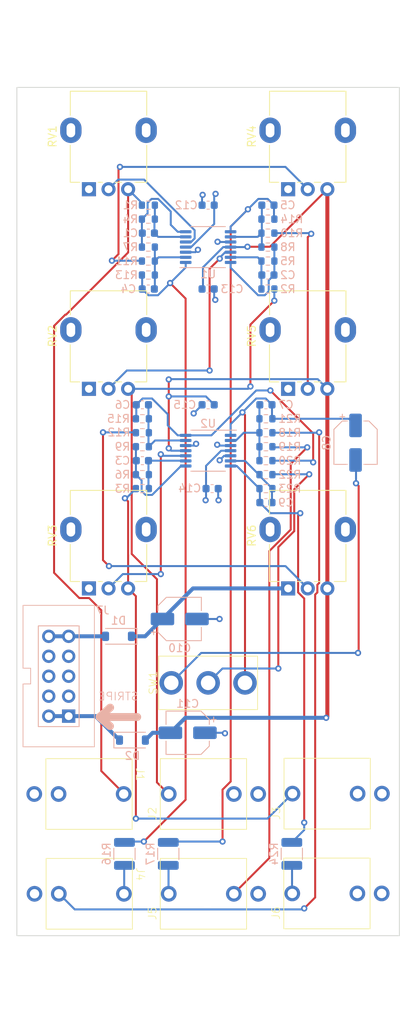
<source format=kicad_pcb>
(kicad_pcb (version 20221018) (generator pcbnew)
  (layers (0 "F.Cu" signal) (1 "In1.Cu" signal) (2 "In2.Cu" signal) (31 "B.Cu" signal) (34 "B.Paste" user) (35 "F.Paste" user) (36 "B.SilkS" user "B.Silkscreen") (37 "F.SilkS" user "F.Silkscreen") (38 "B.Mask" user) (39 "F.Mask" user) (44 "Edge.Cuts" user))
  (net 0 "")
  (net 1 "+12V")
  (net 2 "GND")
  (net 3 "-12V")
  (net 4 "Net-(U1A--)")
  (net 5 "Net-(C5-Pad2)")
  (net 6 "Net-(U1C--)")
  (net 7 "Net-(U2A--)")
  (net 8 "Net-(U2B--)")
  (net 9 "Net-(U1D--)")
  (net 10 "Net-(U1B--)")
  (net 11 "Net-(J2-PadT)")
  (net 12 "Net-(J3-PadT)")
  (net 14 "Net-(J4-PadT)")
  (net 15 "Net-(J5-PadT)")
  (net 16 "Net-(J6-PadT)")
  (net 18 "Net-(SW1-A)")
  (net 19 "offset_1")
  (net 20 "offset_2")
  (net 21 "Net-(U1B-+)")
  (net 22 "Net-(U1D-+)")
  (net 23 "Net-(U2C--)")
  (net 24 "Net-(U2D--)")
  (net 25 "att_1_out")
  (net 26 "att_2_out")
  (net 27 "Net-(C1-Pad2)")
  (net 28 "Net-(C2-Pad2)")
  (net 29 "att_3_out")
  (net 30 "Net-(C4-Pad2)")
  (net 31 "Net-(J1-PadT)")
  (net 32 "Net-(SW1-C)")
  (net 35 "offset_3")
  (net 36 "Net-(SW1-B)")
  (net 37 "Net-(C3-Pad2)")
  (net 38 "Net-(C9-Pad2)")
  (net 39 "/Power/V+_IN")
  (net 40 "/Power/V-_IN")
  (net 41 "Net-(U2C-+)")
  (footprint "synthesis:thonkiconn" (layer "F.Cu") (at 135.7885 147.955 90)
    (fp_text reference "J5")
    (fp_text value "thonkiconn")
  )
  (footprint "Potentiometer_THT:Potentiometer_Alpha_RD901F-40-00D_Single_Vertical" (layer "F.Cu") (at 120.69 109.093 90)
    (fp_text reference "RV3")
    (fp_text value "10k")
  )
  (footprint "synthesis:thonkiconn" (layer "F.Cu") (at 135.7885 135.255 90)
    (fp_text reference "J2")
    (fp_text value "thonkiconn")
  )
  (footprint "Potentiometer_THT:Potentiometer_Alpha_RD901F-40-00D_Single_Vertical" (layer "F.Cu") (at 146.09 109.093 90)
    (fp_text reference "RV6")
    (fp_text value "10k")
  )
  (footprint "Potentiometer_THT:Potentiometer_Alpha_RD901F-40-00D_Single_Vertical" (layer "F.Cu") (at 146.09 58.293 90)
    (fp_text reference "RV4")
    (fp_text value "10k")
  )
  (footprint "synthesis:thonkiconn" (layer "F.Cu") (at 151.5365 147.91 90)
    (fp_text reference "J6")
    (fp_text value "thonkiconn")
  )
  (footprint "Potentiometer_THT:Potentiometer_Alpha_RD901F-40-00D_Single_Vertical" (layer "F.Cu") (at 120.69 83.693 90)
    (fp_text reference "RV2")
    (fp_text value "10k")
  )
  (footprint "Potentiometer_THT:Potentiometer_Alpha_RD901F-40-00D_Single_Vertical" (layer "F.Cu") (at 120.69 58.293 90)
    (fp_text reference "RV1")
    (fp_text value "10k")
  )
  (footprint "Potentiometer_THT:Potentiometer_Alpha_RD901F-40-00D_Single_Vertical" (layer "F.Cu") (at 146.09 83.693 90)
    (fp_text reference "RV5")
    (fp_text value "10k")
  )
  (footprint "synthesis:thonkiconn" (layer "F.Cu") (at 120.2335 147.955 -90)
    (fp_text reference "J4")
    (fp_text value "thonkiconn")
  )
  (footprint "synthesis:thonkiconn" (layer "F.Cu") (at 120.2035 135.255 -90)
    (fp_text reference "J1")
    (fp_text value "thonkiconn")
  )
  (footprint "synthesis:thonkiconn" (layer "F.Cu") (at 151.5665 135.21 90)
    (fp_text reference "J3")
    (fp_text value "thonkiconn")
  )
  (footprint "synthesis:Mini_sw" (layer "F.Cu") (at 135.89 121.113 90)
    (fp_text reference "SW1")
    (fp_text value "SW_ON_ON_SPDT_MINI")
  )
  (footprint "Capacitor_SMD:CP_Elec_5x5.3" (layer "B.Cu") (at 132.2655 112.985)
    (fp_text reference "C10")
    (fp_text value "10uF")
  )
  (footprint "Package_SO:TSSOP-14_4.4x5mm_P0.65mm" (layer "B.Cu") (at 135.89 65.659)
    (fp_text reference "U1")
    (fp_text value "TL074")
  )
  (footprint "Resistor_SMD:R_0603_1608Metric" (layer "B.Cu") (at 143.256 89.281 180)
    (fp_text reference "R18")
    (fp_text value "100k")
  )
  (footprint "Resistor_SMD:R_0603_1608Metric" (layer "B.Cu") (at 128.27 62.103 180)
    (fp_text reference "R4")
    (fp_text value "100k")
  )
  (footprint "Capacitor_SMD:C_0603_1608Metric" (layer "B.Cu") (at 143.51 69.215)
    (fp_text reference "C2")
    (fp_text value "47pF")
  )
  (footprint "Resistor_SMD:R_0603_1608Metric" (layer "B.Cu") (at 127.508 91.059)
    (fp_text reference "R9")
    (fp_text value "10k")
  )
  (footprint "Resistor_SMD:R_0603_1608Metric" (layer "B.Cu") (at 128.27 67.437)
    (fp_text reference "R11")
    (fp_text value "24k")
  )
  (footprint "Package_SO:TSSOP-14_4.4x5mm_P0.65mm" (layer "B.Cu") (at 135.89 91.567 180)
    (fp_text reference "U2")
    (fp_text value "TL074")
  )
  (footprint "Capacitor_SMD:C_0603_1608Metric" (layer "B.Cu") (at 135.89 70.993 180)
    (fp_text reference "C13")
    (fp_text value "100nF")
  )
  (footprint "Resistor_SMD:R_0603_1608Metric" (layer "B.Cu") (at 127.508 94.615 180)
    (fp_text reference "R6")
    (fp_text value "100k")
  )
  (footprint "Resistor_SMD:R_0603_1608Metric" (layer "B.Cu") (at 127.508 87.503 180)
    (fp_text reference "R15")
    (fp_text value "10k")
  )
  (footprint "Resistor_SMD:R_1210_3225Metric" (layer "B.Cu") (at 125.222 142.875 -90)
    (fp_text reference "R16")
    (fp_text value "1k 0.5W")
  )
  (footprint "Resistor_SMD:R_0603_1608Metric" (layer "B.Cu") (at 143.51 65.659 180)
    (fp_text reference "R8")
    (fp_text value "10k")
  )
  (footprint "Capacitor_SMD:C_0603_1608Metric" (layer "B.Cu") (at 135.89 85.725)
    (fp_text reference "C15")
    (fp_text value "100nF")
  )
  (footprint "Resistor_SMD:R_0603_1608Metric" (layer "B.Cu") (at 143.256 91.059 180)
    (fp_text reference "R19")
    (fp_text value "100k")
  )
  (footprint "Resistor_SMD:R_0603_1608Metric" (layer "B.Cu") (at 127.508 89.281)
    (fp_text reference "R12")
    (fp_text value "24k")
  )
  (footprint "Capacitor_SMD:C_0603_1608Metric" (layer "B.Cu") (at 128.27 63.881 180)
    (fp_text reference "C1")
    (fp_text value "47pF")
  )
  (footprint "Capacitor_SMD:C_0603_1608Metric" (layer "B.Cu") (at 135.89 60.325 180)
    (fp_text reference "C12")
    (fp_text value "100nF")
  )
  (footprint "Resistor_SMD:R_0603_1608Metric" (layer "B.Cu") (at 143.51 62.103)
    (fp_text reference "R14")
    (fp_text value "10k")
  )
  (footprint "Capacitor_SMD:C_0603_1608Metric" (layer "B.Cu") (at 127.508 92.837 180)
    (fp_text reference "C3")
    (fp_text value "47pF")
  )
  (footprint "Resistor_SMD:R_0603_1608Metric" (layer "B.Cu") (at 143.51 63.881 180)
    (fp_text reference "R10")
    (fp_text value "24k")
  )
  (footprint "Resistor_SMD:R_0603_1608Metric" (layer "B.Cu") (at 143.51 70.993 180)
    (fp_text reference "R2")
    (fp_text value "100k")
  )
  (footprint "Capacitor_SMD:C_0603_1608Metric" (layer "B.Cu") (at 128.257 70.993 180)
    (fp_text reference "C4")
    (fp_text value "47pF")
  )
  (footprint "Capacitor_SMD:CP_Elec_5x5.3" (layer "B.Cu") (at 133.2815 127.463 180)
    (fp_text reference "C11")
    (fp_text value "10uF")
  )
  (footprint "Capacitor_SMD:C_0603_1608Metric" (layer "B.Cu") (at 143.256 85.725)
    (fp_text reference "C7")
    (fp_text value "47pF")
  )
  (footprint "Capacitor_SMD:C_0603_1608Metric" (layer "B.Cu") (at 143.51 60.325)
    (fp_text reference "C5")
    (fp_text value "47pF")
  )
  (footprint "Resistor_SMD:R_0603_1608Metric" (layer "B.Cu") (at 143.256 92.837 180)
    (fp_text reference "R20")
    (fp_text value "100k")
  )
  (footprint "synthesis:eurorack_10" (layer "B.Cu") (at 121.39 111.249 180)
    (fp_text reference "J7")
    (fp_text value "euro_power_10")
  )
  (footprint "Resistor_SMD:R_0603_1608Metric" (layer "B.Cu") (at 143.256 87.503)
    (fp_text reference "R21")
    (fp_text value "24k")
  )
  (footprint "Resistor_SMD:R_0603_1608Metric" (layer "B.Cu") (at 128.27 69.215 180)
    (fp_text reference "R13")
    (fp_text value "10k")
  )
  (footprint "Resistor_SMD:R_0603_1608Metric" (layer "B.Cu") (at 143.51 67.437)
    (fp_text reference "R5")
    (fp_text value "100k")
  )
  (footprint "Resistor_SMD:R_0603_1608Metric" (layer "B.Cu") (at 143.256 94.615 180)
    (fp_text reference "R22")
    (fp_text value "24k")
  )
  (footprint "Resistor_SMD:R_0603_1608Metric" (layer "B.Cu") (at 143.256 96.393 180)
    (fp_text reference "R23")
    (fp_text value "100k")
  )
  (footprint "Resistor_SMD:R_0603_1608Metric" (layer "B.Cu") (at 128.27 60.325)
    (fp_text reference "R1")
    (fp_text value "100k")
  )
  (footprint "Capacitor_SMD:C_0603_1608Metric" (layer "B.Cu") (at 136.398 96.393)
    (fp_text reference "C14")
    (fp_text value "100nF")
  )
  (footprint "Capacitor_SMD:C_0603_1608Metric" (layer "B.Cu") (at 127.508 85.725 180)
    (fp_text reference "C6")
    (fp_text value "47pF")
  )
  (footprint "Diode_SMD:D_SOD-123" (layer "B.Cu") (at 124.46 115.189 180)
    (fp_text reference "D1")
    (fp_text value "MBR0530")
  )
  (footprint "Resistor_SMD:R_1210_3225Metric" (layer "B.Cu") (at 146.558 142.875 -90)
    (fp_text reference "R24")
    (fp_text value "1k 0.5W")
  )
  (footprint "Diode_SMD:D_SOD-123" (layer "B.Cu") (at 126.238 128.397)
    (fp_text reference "D2")
    (fp_text value "MBR0530")
  )
  (footprint "Resistor_SMD:R_1210_3225Metric" (layer "B.Cu") (at 130.81 142.875 -90)
    (fp_text reference "R17")
    (fp_text value "1k 0.5W")
  )
  (footprint "Resistor_SMD:R_0603_1608Metric" (layer "B.Cu") (at 128.27 65.659)
    (fp_text reference "R7")
    (fp_text value "10k")
  )
  (footprint "Resistor_SMD:R_0603_1608Metric" (layer "B.Cu") (at 127.508 96.393)
    (fp_text reference "R3")
    (fp_text value "100k")
  )
  (footprint "Capacitor_SMD:CP_Elec_5x5.3" (layer "B.Cu") (at 154.686 90.551 -90)
    (fp_text reference "C8")
    (fp_text value "10uF")
  )
  (footprint "Capacitor_SMD:C_0603_1608Metric" (layer "B.Cu") (at 143.256 98.171 180)
    (fp_text reference "C9")
    (fp_text value "47pF")
  )
  (gr_rect (start 111.506 45.339) (end 160.274 153.289) (stroke (width 0.1)) (fill none) (layer "Edge.Cuts"))
  (via (at 136.8375 58.883) (size 0.8) (drill 0.4) (layers "F.Cu" "B.Cu") (net 1))
  (via (at 135.5675 97.872) (size 0.8) (drill 0.4) (layers "F.Cu" "B.Cu") (net 1))
  (segment (start 133.9575 109.093) (end 146.09 109.093) (width 0.508) (layer "B.Cu") (net 1))
  (segment (start 135.623 97.8165) (end 135.5675 97.872) (width 0.25) (layer "B.Cu") (net 1))
  (segment (start 136.665 62.710041) (end 133.716041 65.659) (width 0.25) (layer "B.Cu") (net 1))
  (segment (start 135.623 93.497793) (end 137.553793 91.567) (width 0.25) (layer "B.Cu") (net 1))
  (segment (start 130.0655 112.985) (end 133.9575 109.093) (width 0.508) (layer "B.Cu") (net 1))
  (segment (start 135.623 96.393) (end 135.623 93.497793) (width 0.25) (layer "B.Cu") (net 1))
  (segment (start 127.8615 115.189) (end 130.0655 112.985) (width 0.508) (layer "B.Cu") (net 1))
  (segment (start 137.553793 91.567) (end 138.7525 91.567) (width 0.25) (layer "B.Cu") (net 1))
  (segment (start 136.665 60.325) (end 136.665 62.710041) (width 0.25) (layer "B.Cu") (net 1))
  (segment (start 126.11 115.189) (end 127.8615 115.189) (width 0.508) (layer "B.Cu") (net 1))
  (segment (start 135.623 96.393) (end 135.623 97.8165) (width 0.25) (layer "B.Cu") (net 1))
  (segment (start 136.665 60.325) (end 136.665 59.0555) (width 0.25) (layer "B.Cu") (net 1))
  (segment (start 136.665 59.0555) (end 136.8375 58.883) (width 0.25) (layer "B.Cu") (net 1))
  (segment (start 133.716041 65.659) (end 133.0275 65.659) (width 0.25) (layer "B.Cu") (net 1))
  (via (at 137.3455 112.985) (size 0.8) (drill 0.4) (layers "F.Cu" "B.Cu") (net 2))
  (via (at 137.2185 97.872) (size 0.8) (drill 0.4) (layers "F.Cu" "B.Cu") (net 2))
  (via (at 134.357054 90.692554) (size 0.8) (drill 0.4) (layers "F.Cu" "B.Cu") (net 2))
  (via (at 134.0435 86.823) (size 0.8) (drill 0.4) (layers "F.Cu" "B.Cu") (net 2))
  (via (at 134.585339 65.999713) (size 0.8) (drill 0.4) (layers "F.Cu" "B.Cu") (net 2))
  (via (at 137.0915 64.979) (size 0.8) (drill 0.4) (layers "F.Cu" "B.Cu") (net 2))
  (via (at 137.046922 90.808668) (size 0.8) (drill 0.4) (layers "F.Cu" "B.Cu") (net 2))
  (via (at 138.0365 127.52979) (size 0.8) (drill 0.4) (layers "F.Cu" "B.Cu") (net 2))
  (via (at 137.359779 92.785613) (size 0.8) (drill 0.4) (layers "F.Cu" "B.Cu") (net 2))
  (via (at 135.1865 59.01) (size 0.8) (drill 0.4) (layers "F.Cu" "B.Cu") (net 2))
  (via (at 136.802 72.368989) (size 0.8) (drill 0.4) (layers "F.Cu" "B.Cu") (net 2))
  (segment (start 136.665 72.231989) (end 136.802 72.368989) (width 0.25) (layer "B.Cu") (net 2))
  (segment (start 134.4655 112.985) (end 137.3455 112.985) (width 0.254) (layer "B.Cu") (net 2))
  (segment (start 133.0275 66.309) (end 134.276052 66.309) (width 0.25) (layer "B.Cu") (net 2))
  (segment (start 137.155254 90.917) (end 137.046922 90.808668) (width 0.25) (layer "B.Cu") (net 2))
  (segment (start 135.115 85.725) (end 135.115 85.7515) (width 0.25) (layer "B.Cu") (net 2))
  (segment (start 133.0275 90.917) (end 134.132608 90.917) (width 0.25) (layer "B.Cu") (net 2))
  (segment (start 137.173 96.393) (end 137.173 97.8265) (width 0.25) (layer "B.Cu") (net 2))
  (segment (start 137.96971 127.463) (end 138.0365 127.52979) (width 0.254) (layer "B.Cu") (net 2))
  (segment (start 135.115 59.0815) (end 135.1865 59.01) (width 0.25) (layer "B.Cu") (net 2))
  (segment (start 136.665 70.993) (end 136.665 72.231989) (width 0.25) (layer "B.Cu") (net 2))
  (segment (start 137.1215 65.009) (end 137.0915 64.979) (width 0.25) (layer "B.Cu") (net 2))
  (segment (start 135.115 85.7515) (end 134.0435 86.823) (width 0.25) (layer "B.Cu") (net 2))
  (segment (start 134.132608 90.917) (end 134.357054 90.692554) (width 0.25) (layer "B.Cu") (net 2))
  (segment (start 134.276052 66.309) (end 134.585339 65.999713) (width 0.25) (layer "B.Cu") (net 2))
  (segment (start 137.173 97.8265) (end 137.2185 97.872) (width 0.25) (layer "B.Cu") (net 2))
  (segment (start 135.115 60.325) (end 135.115 59.0815) (width 0.25) (layer "B.Cu") (net 2))
  (segment (start 138.7525 90.917) (end 137.155254 90.917) (width 0.25) (layer "B.Cu") (net 2))
  (segment (start 135.4815 127.463) (end 137.96971 127.463) (width 0.254) (layer "B.Cu") (net 2))
  (segment (start 138.7525 65.009) (end 137.1215 65.009) (width 0.25) (layer "B.Cu") (net 2))
  (segment (start 137.928392 92.217) (end 137.359779 92.785613) (width 0.25) (layer "B.Cu") (net 2))
  (segment (start 138.7525 92.217) (end 137.928392 92.217) (width 0.25) (layer "B.Cu") (net 2))
  (segment (start 140.9015 65.614) (end 143.769 65.614) (width 0.254) (layer "F.Cu") (net 3))
  (segment (start 151.09 58.293) (end 151.09 109.093) (width 0.508) (layer "F.Cu") (net 3))
  (segment (start 151.09 125.4025) (end 150.9345 125.558) (width 0.508) (layer "F.Cu") (net 3))
  (segment (start 130.8685 91.268) (end 130.8685 84.664) (width 0.254) (layer "F.Cu") (net 3))
  (segment (start 151.09 109.093) (end 151.09 125.4025) (width 0.508) (layer "F.Cu") (net 3))
  (segment (start 130.8685 84.664) (end 130.8685 82.505) (width 0.254) (layer "F.Cu") (net 3))
  (segment (start 143.769 65.614) (end 151.09 58.293) (width 0.254) (layer "F.Cu") (net 3))
  (via (at 150.9345 125.558) (size 0.8) (drill 0.4) (layers "F.Cu" "B.Cu") (net 3))
  (via (at 130.8685 82.505) (size 0.8) (drill 0.4) (layers "F.Cu" "B.Cu") (net 3))
  (via (at 130.8685 91.268) (size 0.8) (drill 0.4) (layers "F.Cu" "B.Cu") (net 3))
  (via (at 140.9015 65.614) (size 0.8) (drill 0.4) (layers "F.Cu" "B.Cu") (net 3))
  (via (at 130.8685 84.664) (size 0.8) (drill 0.4) (layers "F.Cu" "B.Cu") (net 3))
  (segment (start 135.232337 70.875663) (end 135.232337 68.234456) (width 0.254) (layer "B.Cu") (net 3))
  (segment (start 128.822 127.463) (end 127.888 128.397) (width 0.508) (layer "B.Cu") (net 3))
  (segment (start 131.1675 91.567) (end 130.8685 91.268) (width 0.254) (layer "B.Cu") (net 3))
  (segment (start 140.8565 65.659) (end 140.9015 65.614) (width 0.254) (layer "B.Cu") (net 3))
  (segment (start 133.0275 91.567) (end 131.1675 91.567) (width 0.254) (layer "B.Cu") (net 3))
  (segment (start 149.863 82.466) (end 151.09 83.693) (width 0.254) (layer "B.Cu") (net 3))
  (segment (start 131.0815 127.463) (end 128.822 127.463) (width 0.508) (layer "B.Cu") (net 3))
  (segment (start 130.9075 82.466) (end 149.863 82.466) (width 0.254) (layer "B.Cu") (net 3))
  (segment (start 135.604 84.664) (end 136.665 85.725) (width 0.254) (layer "B.Cu") (net 3))
  (segment (start 137.807793 65.659) (end 138.7525 65.659) (width 0.254) (layer "B.Cu") (net 3))
  (segment (start 138.7525 65.659) (end 140.8565 65.659) (width 0.254) (layer "B.Cu") (net 3))
  (segment (start 130.8685 82.505) (end 130.9075 82.466) (width 0.254) (layer "B.Cu") (net 3))
  (segment (start 130.8685 84.664) (end 135.604 84.664) (width 0.254) (layer "B.Cu") (net 3))
  (segment (start 132.9865 125.558) (end 131.0815 127.463) (width 0.508) (layer "B.Cu") (net 3))
  (segment (start 135.115 70.993) (end 135.232337 70.875663) (width 0.254) (layer "B.Cu") (net 3))
  (segment (start 150.9345 125.558) (end 132.9865 125.558) (width 0.508) (layer "B.Cu") (net 3))
  (segment (start 135.232337 68.234456) (end 137.807793 65.659) (width 0.254) (layer "B.Cu") (net 3))
  (segment (start 133.0275 66.959) (end 129.573 66.959) (width 0.25) (layer "B.Cu") (net 4))
  (segment (start 129.573 66.959) (end 129.095 67.437) (width 0.25) (layer "B.Cu") (net 4))
  (segment (start 129.095 65.659) (end 129.095 69.215) (width 0.25) (layer "B.Cu") (net 4))
  (segment (start 129.095 70.93) (end 129.032 70.993) (width 0.25) (layer "B.Cu") (net 4))
  (segment (start 129.095 69.215) (end 129.095 70.93) (width 0.25) (layer "B.Cu") (net 4))
  (segment (start 138.763 63.044184) (end 138.763 133.663414) (width 0.254) (layer "F.Cu") (net 5))
  (segment (start 138.763 133.663414) (end 137.7265 134.699914) (width 0.254) (layer "F.Cu") (net 5))
  (segment (start 137.7265 134.699914) (end 137.7265 141.306) (width 0.254) (layer "F.Cu") (net 5))
  (segment (start 140.960342 60.846842) (end 138.763 63.044184) (width 0.254) (layer "F.Cu") (net 5))
  (via (at 137.7265 141.306) (size 0.8) (drill 0.4) (layers "F.Cu" "B.Cu") (net 5))
  (via (at 140.960342 60.846842) (size 0.8) (drill 0.4) (layers "F.Cu" "B.Cu") (net 5))
  (segment (start 137.7265 141.306) (end 130.9165 141.306) (width 0.254) (layer "B.Cu") (net 5))
  (segment (start 144.285 62.053) (end 144.335 62.103) (width 0.25) (layer "B.Cu") (net 5))
  (segment (start 130.9165 141.306) (end 130.81 141.4125) (width 0.254) (layer "B.Cu") (net 5))
  (segment (start 143.485 59.525) (end 144.285 60.325) (width 0.25) (layer "B.Cu") (net 5))
  (segment (start 142.282183 59.525) (end 143.485 59.525) (width 0.25) (layer "B.Cu") (net 5))
  (segment (start 138.7525 63.709) (end 138.7525 63.054683) (width 0.25) (layer "B.Cu") (net 5))
  (segment (start 144.285 60.325) (end 144.285 62.053) (width 0.25) (layer "B.Cu") (net 5))
  (segment (start 138.7525 63.054683) (end 142.282183 59.525) (width 0.25) (layer "B.Cu") (net 5))
  (segment (start 142.735 65.609) (end 142.685 65.659) (width 0.25) (layer "B.Cu") (net 6))
  (segment (start 138.7525 64.359) (end 142.207 64.359) (width 0.25) (layer "B.Cu") (net 6))
  (segment (start 142.207 64.359) (end 142.685 63.881) (width 0.25) (layer "B.Cu") (net 6))
  (segment (start 142.735 60.325) (end 142.735 65.609) (width 0.25) (layer "B.Cu") (net 6))
  (segment (start 140.427041 89.281) (end 142.431 89.281) (width 0.25) (layer "B.Cu") (net 7))
  (segment (start 142.431 92.837) (end 142.431 85.775) (width 0.25) (layer "B.Cu") (net 7))
  (segment (start 142.431 85.775) (end 142.481 85.725) (width 0.25) (layer "B.Cu") (net 7))
  (segment (start 138.7525 90.267) (end 139.441041 90.267) (width 0.25) (layer "B.Cu") (net 7))
  (segment (start 139.441041 90.267) (end 140.427041 89.281) (width 0.25) (layer "B.Cu") (net 7))
  (segment (start 142.431 94.743) (end 144.081 96.393) (width 0.25) (layer "B.Cu") (net 8))
  (segment (start 140.607848 92.867) (end 138.7525 92.867) (width 0.25) (layer "B.Cu") (net 8))
  (segment (start 142.431 94.615) (end 142.431 94.743) (width 0.25) (layer "B.Cu") (net 8))
  (segment (start 142.431 94.615) (end 142.355848 94.615) (width 0.25) (layer "B.Cu") (net 8))
  (segment (start 142.355848 94.615) (end 140.607848 92.867) (width 0.25) (layer "B.Cu") (net 8))
  (segment (start 144.031 98.171) (end 144.031 96.443) (width 0.25) (layer "B.Cu") (net 8))
  (segment (start 144.031 96.443) (end 144.081 96.393) (width 0.25) (layer "B.Cu") (net 8))
  (segment (start 142.685 67.437) (end 142.207 66.959) (width 0.25) (layer "B.Cu") (net 9))
  (segment (start 142.207 66.959) (end 138.7525 66.959) (width 0.25) (layer "B.Cu") (net 9))
  (segment (start 142.685 70.993) (end 142.685 67.437) (width 0.25) (layer "B.Cu") (net 9))
  (segment (start 129.523 64.359) (end 133.0275 64.359) (width 0.25) (layer "B.Cu") (net 10))
  (segment (start 129.045 62.153) (end 129.095 62.103) (width 0.25) (layer "B.Cu") (net 10))
  (segment (start 129.095 60.325) (end 129.095 62.103) (width 0.25) (layer "B.Cu") (net 10))
  (segment (start 129.045 63.881) (end 129.523 64.359) (width 0.25) (layer "B.Cu") (net 10))
  (segment (start 129.045 63.881) (end 129.045 62.153) (width 0.25) (layer "B.Cu") (net 10))
  (segment (start 129.363 133.778) (end 130.84 135.255) (width 0.254) (layer "F.Cu") (net 11))
  (segment (start 141.2825 83.394) (end 141.2825 75.52) (width 0.254) (layer "F.Cu") (net 11))
  (segment (start 125.69 83.693) (end 126.143501 84.146501) (width 0.254) (layer "F.Cu") (net 11))
  (segment (start 126.143501 104.697653) (end 129.363 107.917152) (width 0.254) (layer "F.Cu") (net 11))
  (segment (start 141.2825 75.52) (end 144.3305 72.472) (width 0.254) (layer "F.Cu") (net 11))
  (segment (start 126.143501 84.146501) (end 126.143501 104.697653) (width 0.254) (layer "F.Cu") (net 11))
  (segment (start 129.363 107.917152) (end 129.363 133.778) (width 0.254) (layer "F.Cu") (net 11))
  (via (at 144.3305 72.472) (size 0.8) (drill 0.4) (layers "F.Cu" "B.Cu") (net 11))
  (via (at 141.2825 83.394) (size 0.8) (drill 0.4) (layers "F.Cu" "B.Cu") (net 11))
  (segment (start 144.3305 70.9975) (end 144.335 70.993) (width 0.254) (layer "B.Cu") (net 11))
  (segment (start 144.3305 72.472) (end 144.3305 70.9975) (width 0.254) (layer "B.Cu") (net 11))
  (segment (start 140.9835 83.693) (end 141.2825 83.394) (width 0.254) (layer "B.Cu") (net 11))
  (segment (start 125.69 83.693) (end 140.9835 83.693) (width 0.254) (layer "B.Cu") (net 11))
  (segment (start 125.69 109.093) (end 125.69 98.0275) (width 0.254) (layer "F.Cu") (net 12))
  (segment (start 125.69 109.093) (end 126.6775 110.0805) (width 0.254) (layer "F.Cu") (net 12))
  (segment (start 125.69 98.0275) (end 125.2805 97.618) (width 0.254) (layer "F.Cu") (net 12))
  (segment (start 126.6775 110.0805) (end 126.6775 138.385) (width 0.254) (layer "F.Cu") (net 12))
  (via (at 126.6775 138.385) (size 0.8) (drill 0.4) (layers "F.Cu" "B.Cu") (net 12))
  (via (at 125.2805 97.618) (size 0.8) (drill 0.4) (layers "F.Cu" "B.Cu") (net 12))
  (segment (start 125.2805 97.618) (end 125.458 97.618) (width 0.254) (layer "B.Cu") (net 12))
  (segment (start 143.458 138.385) (end 126.6775 138.385) (width 0.254) (layer "B.Cu") (net 12))
  (segment (start 146.588 135.255) (end 143.458 138.385) (width 0.254) (layer "B.Cu") (net 12))
  (segment (start 125.458 97.618) (end 126.683 96.393) (width 0.254) (layer "B.Cu") (net 12))
  (segment (start 125.192 144.3675) (end 125.192 147.955) (width 0.254) (layer "B.Cu") (net 14))
  (segment (start 125.222 144.3375) (end 125.192 144.3675) (width 0.254) (layer "B.Cu") (net 14))
  (segment (start 130.84 144.3675) (end 130.84 147.955) (width 0.254) (layer "B.Cu") (net 15))
  (segment (start 130.81 144.3375) (end 130.84 144.3675) (width 0.254) (layer "B.Cu") (net 15))
  (segment (start 146.558 144.3375) (end 146.588 144.3675) (width 0.254) (layer "B.Cu") (net 16))
  (segment (start 146.588 144.3675) (end 146.588 147.972424) (width 0.254) (layer "B.Cu") (net 16))
  (segment (start 140.59 87.0195) (end 140.261841 86.691341) (width 0.254) (layer "F.Cu") (net 18))
  (segment (start 140.59 121.113) (end 140.59 87.0195) (width 0.254) (layer "F.Cu") (net 18))
  (via (at 140.261841 86.691341) (size 0.8) (drill 0.4) (layers "F.Cu" "B.Cu") (net 18))
  (segment (start 138.7525 89.617) (end 138.7525 88.200683) (width 0.25) (layer "B.Cu") (net 18))
  (segment (start 144.031 87.453) (end 144.081 87.503) (width 0.25) (layer "B.Cu") (net 18))
  (segment (start 153.838 87.503) (end 154.686 88.351) (width 0.25) (layer "B.Cu") (net 18))
  (segment (start 144.031 85.725) (end 144.031 87.453) (width 0.25) (layer "B.Cu") (net 18))
  (segment (start 140.261841 86.691341) (end 142.028183 84.925) (width 0.25) (layer "B.Cu") (net 18))
  (segment (start 144.081 87.503) (end 153.838 87.503) (width 0.25) (layer "B.Cu") (net 18))
  (segment (start 143.231 84.925) (end 144.031 85.725) (width 0.25) (layer "B.Cu") (net 18))
  (segment (start 138.7525 88.200683) (end 140.261841 86.691341) (width 0.25) (layer "B.Cu") (net 18))
  (segment (start 142.028183 84.925) (end 143.231 84.925) (width 0.25) (layer "B.Cu") (net 18))
  (segment (start 124.463 55.6365) (end 124.463 66.547072) (width 0.254) (layer "F.Cu") (net 19))
  (segment (start 124.463 66.547072) (end 123.623786 67.386286) (width 0.254) (layer "F.Cu") (net 19))
  (segment (start 124.6455 55.454) (end 124.463 55.6365) (width 0.254) (layer "F.Cu") (net 19))
  (via (at 124.6455 55.454) (size 0.8) (drill 0.4) (layers "F.Cu" "B.Cu") (net 19))
  (via (at 123.623786 67.386286) (size 0.8) (drill 0.4) (layers "F.Cu" "B.Cu") (net 19))
  (segment (start 148.59 58.293) (end 145.751 55.454) (width 0.254) (layer "B.Cu") (net 19))
  (segment (start 127.445 67.437) (end 127.4 67.392) (width 0.254) (layer "B.Cu") (net 19))
  (segment (start 145.751 55.454) (end 124.6455 55.454) (width 0.254) (layer "B.Cu") (net 19))
  (segment (start 127.4 67.392) (end 123.6295 67.392) (width 0.254) (layer "B.Cu") (net 19))
  (segment (start 123.6295 67.392) (end 123.623786 67.386286) (width 0.254) (layer "B.Cu") (net 19))
  (segment (start 148.59 64.4025) (end 148.59 83.693) (width 0.254) (layer "F.Cu") (net 20))
  (segment (start 149.0295 63.963) (end 148.59 64.4025) (width 0.254) (layer "F.Cu") (net 20))
  (via (at 149.0295 63.963) (size 0.8) (drill 0.4) (layers "F.Cu" "B.Cu") (net 20))
  (segment (start 144.335 63.881) (end 148.9475 63.881) (width 0.254) (layer "B.Cu") (net 20))
  (segment (start 148.9475 63.881) (end 149.0295 63.963) (width 0.254) (layer "B.Cu") (net 20))
  (segment (start 133.716041 65.009) (end 133.0275 65.009) (width 0.25) (layer "B.Cu") (net 21))
  (segment (start 124.415 57.068) (end 127.725041 57.068) (width 0.25) (layer "B.Cu") (net 21))
  (segment (start 134.1705 63.513459) (end 134.1705 64.554541) (width 0.25) (layer "B.Cu") (net 21))
  (segment (start 123.19 58.293) (end 124.415 57.068) (width 0.25) (layer "B.Cu") (net 21))
  (segment (start 127.725041 57.068) (end 134.1705 63.513459) (width 0.25) (layer "B.Cu") (net 21))
  (segment (start 134.1705 64.554541) (end 133.716041 65.009) (width 0.25) (layer "B.Cu") (net 21))
  (segment (start 136.0755 68.408) (end 136.7105 67.773) (width 0.254) (layer "F.Cu") (net 22))
  (segment (start 136.0755 81.362) (end 136.0755 68.408) (width 0.254) (layer "F.Cu") (net 22))
  (segment (start 136.7105 67.773) (end 136.721221 67.773) (width 0.254) (layer "F.Cu") (net 22))
  (segment (start 136.721221 67.773) (end 137.366951 67.12727) (width 0.254) (layer "F.Cu") (net 22))
  (via (at 137.366951 67.12727) (size 0.8) (drill 0.4) (layers "F.Cu" "B.Cu") (net 22))
  (via (at 136.0755 81.362) (size 0.8) (drill 0.4) (layers "F.Cu" "B.Cu") (net 22))
  (segment (start 136.0755 81.362) (end 125.521 81.362) (width 0.254) (layer "B.Cu") (net 22))
  (segment (start 125.521 81.362) (end 123.19 83.693) (width 0.254) (layer "B.Cu") (net 22))
  (segment (start 138.061131 66.309) (end 137.366951 67.00318) (width 0.254) (layer "B.Cu") (net 22))
  (segment (start 138.7525 66.309) (end 138.061131 66.309) (width 0.254) (layer "B.Cu") (net 22))
  (segment (start 137.366951 67.00318) (end 137.366951 67.12727) (width 0.254) (layer "B.Cu") (net 22))
  (segment (start 128.283 92.837) (end 128.283 96.343) (width 0.25) (layer "B.Cu") (net 23))
  (segment (start 132.9975 92.837) (end 133.0275 92.867) (width 0.25) (layer "B.Cu") (net 23))
  (segment (start 128.283 96.343) (end 128.333 96.393) (width 0.25) (layer "B.Cu") (net 23))
  (segment (start 128.283 92.837) (end 132.9975 92.837) (width 0.25) (layer "B.Cu") (net 23))
  (segment (start 129.125 90.267) (end 128.333 91.059) (width 0.25) (layer "B.Cu") (net 24))
  (segment (start 133.0275 90.267) (end 129.125 90.267) (width 0.25) (layer "B.Cu") (net 24))
  (segment (start 128.283 91.009) (end 128.333 91.059) (width 0.25) (layer "B.Cu") (net 24))
  (segment (start 128.283 85.725) (end 128.283 91.009) (width 0.25) (layer "B.Cu") (net 24))
  (segment (start 149.5375 109.880741) (end 149.5375 148.418) (width 0.254) (layer "F.Cu") (net 25))
  (segment (start 150.0455 108.402259) (end 149.817 108.630759) (width 0.254) (layer "F.Cu") (net 25))
  (segment (start 149.817 108.630759) (end 149.817 109.601241) (width 0.254) (layer "F.Cu") (net 25))
  (segment (start 149.817 109.601241) (end 149.5375 109.880741) (width 0.254) (layer "F.Cu") (net 25))
  (segment (start 149.5375 148.418) (end 148.1405 149.815) (width 0.254) (layer "F.Cu") (net 25))
  (segment (start 150.0455 89.236) (end 150.0455 108.402259) (width 0.254) (layer "F.Cu") (net 25))
  (via (at 148.1405 149.815) (size 0.8) (drill 0.4) (layers "F.Cu" "B.Cu") (net 25))
  (via (at 150.0455 89.236) (size 0.8) (drill 0.4) (layers "F.Cu" "B.Cu") (net 25))
  (segment (start 150.0005 89.281) (end 150.0455 89.236) (width 0.254) (layer "B.Cu") (net 25))
  (segment (start 144.081 89.281) (end 150.0005 89.281) (width 0.254) (layer "B.Cu") (net 25))
  (segment (start 148.0135 149.942) (end 148.1405 149.815) (width 0.254) (layer "B.Cu") (net 25))
  (segment (start 118.879 149.942) (end 148.0135 149.942) (width 0.254) (layer "B.Cu") (net 25))
  (segment (start 116.892 147.955) (end 118.879 149.942) (width 0.254) (layer "B.Cu") (net 25))
  (segment (start 148.5215 91.141) (end 146.416999 93.245501) (width 0.254) (layer "F.Cu") (net 26))
  (segment (start 143.6955 143.3995) (end 139.14 147.955) (width 0.254) (layer "F.Cu") (net 26))
  (segment (start 146.416999 93.245501) (end 146.416999 101.611779) (width 0.254) (layer "F.Cu") (net 26))
  (segment (start 146.416999 101.611779) (end 143.6955 104.333278) (width 0.254) (layer "F.Cu") (net 26))
  (segment (start 143.6955 104.333278) (end 143.6955 143.3995) (width 0.254) (layer "F.Cu") (net 26))
  (via (at 148.5215 91.141) (size 0.8) (drill 0.4) (layers "F.Cu" "B.Cu") (net 26))
  (segment (start 144.081 91.059) (end 144.163 91.141) (width 0.254) (layer "B.Cu") (net 26))
  (segment (start 144.163 91.141) (end 148.5215 91.141) (width 0.254) (layer "B.Cu") (net 26))
  (segment (start 128.17 61.378) (end 127.445 62.103) (width 0.25) (layer "B.Cu") (net 27))
  (segment (start 133.0275 63.709) (end 132.0115 63.709) (width 0.25) (layer "B.Cu") (net 27))
  (segment (start 127.445 65.659) (end 127.445 62.103) (width 0.25) (layer "B.Cu") (net 27))
  (segment (start 128.677538 59.525) (end 128.17 60.032538) (width 0.25) (layer "B.Cu") (net 27))
  (segment (start 131.1225 62.82) (end 131.1225 61.135038) (width 0.25) (layer "B.Cu") (net 27))
  (segment (start 131.1225 61.135038) (end 129.512462 59.525) (width 0.25) (layer "B.Cu") (net 27))
  (segment (start 128.17 60.032538) (end 128.17 61.378) (width 0.25) (layer "B.Cu") (net 27))
  (segment (start 132.0115 63.709) (end 131.1225 62.82) (width 0.25) (layer "B.Cu") (net 27))
  (segment (start 129.512462 59.525) (end 128.677538 59.525) (width 0.25) (layer "B.Cu") (net 27))
  (segment (start 144.335 65.659) (end 144.335 69.165) (width 0.25) (layer "B.Cu") (net 28))
  (segment (start 143.102462 71.793) (end 143.61 71.285462) (width 0.25) (layer "B.Cu") (net 28))
  (segment (start 142.267538 71.793) (end 143.102462 71.793) (width 0.25) (layer "B.Cu") (net 28))
  (segment (start 138.7525 68.277962) (end 142.267538 71.793) (width 0.25) (layer "B.Cu") (net 28))
  (segment (start 143.61 69.89) (end 144.285 69.215) (width 0.25) (layer "B.Cu") (net 28))
  (segment (start 144.335 69.165) (end 144.285 69.215) (width 0.25) (layer "B.Cu") (net 28))
  (segment (start 143.61 71.285462) (end 143.61 69.89) (width 0.25) (layer "B.Cu") (net 28))
  (segment (start 138.7525 67.609) (end 138.7525 68.277962) (width 0.25) (layer "B.Cu") (net 28))
  (segment (start 143.8225 83.902) (end 149.2835 89.363) (width 0.25) (layer "F.Cu") (net 29))
  (segment (start 149.2835 89.363) (end 149.2835 93.046) (width 0.25) (layer "F.Cu") (net 29))
  (via (at 143.8225 83.902) (size 0.8) (drill 0.4) (layers "F.Cu" "B.Cu") (net 29))
  (via (at 149.2835 93.046) (size 0.8) (drill 0.4) (layers "F.Cu" "B.Cu") (net 29))
  (segment (start 127.533 84.925) (end 126.733 85.725) (width 0.25) (layer "B.Cu") (net 29))
  (segment (start 130.7415 86.930683) (end 128.735817 84.925) (width 0.25) (layer "B.Cu") (net 29))
  (segment (start 128.735817 84.925) (end 127.533 84.925) (width 0.25) (layer "B.Cu") (net 29))
  (segment (start 142.026584 83.902) (end 143.8225 83.902) (width 0.25) (layer "B.Cu") (net 29))
  (segment (start 149.2835 93.046) (end 149.0745 92.837) (width 0.25) (layer "B.Cu") (net 29))
  (segment (start 136.311584 89.617) (end 142.026584 83.902) (width 0.25) (layer "B.Cu") (net 29))
  (segment (start 126.733 85.725) (end 126.733 87.453) (width 0.25) (layer "B.Cu") (net 29))
  (segment (start 126.733 87.453) (end 126.683 87.503) (width 0.25) (layer "B.Cu") (net 29))
  (segment (start 149.0745 92.837) (end 144.081 92.837) (width 0.25) (layer "B.Cu") (net 29))
  (segment (start 130.7415 88.347) (end 130.7415 86.930683) (width 0.25) (layer "B.Cu") (net 29))
  (segment (start 133.0275 89.617) (end 132.0115 89.617) (width 0.25) (layer "B.Cu") (net 29))
  (segment (start 133.0275 89.617) (end 136.311584 89.617) (width 0.25) (layer "B.Cu") (net 29))
  (segment (start 132.0115 89.617) (end 130.7415 88.347) (width 0.25) (layer "B.Cu") (net 29))
  (segment (start 131.043659 70.234159) (end 133.017 72.2075) (width 0.254) (layer "F.Cu") (net 30))
  (segment (start 133.017 72.2075) (end 133.017 135.9825) (width 0.254) (layer "F.Cu") (net 30))
  (segment (start 133.017 135.9825) (end 127.6935 141.306) (width 0.254) (layer "F.Cu") (net 30))
  (via (at 131.043659 70.234159) (size 0.8) (drill 0.4) (layers "F.Cu" "B.Cu") (net 30))
  (via (at 127.6935 141.306) (size 0.8) (drill 0.4) (layers "F.Cu" "B.Cu") (net 30))
  (segment (start 127.6935 141.306) (end 125.3285 141.306) (width 0.254) (layer "B.Cu") (net 30))
  (segment (start 127.482 70.993) (end 127.482 69.252) (width 0.25) (layer "B.Cu") (net 30))
  (segment (start 133.0275 68.250317) (end 129.484817 71.793) (width 0.25) (layer "B.Cu") (net 30))
  (segment (start 125.3285 141.306) (end 125.222 141.4125) (width 0.254) (layer "B.Cu") (net 30))
  (segment (start 133.0275 67.609) (end 133.0275 68.250317) (width 0.25) (layer "B.Cu") (net 30))
  (segment (start 128.282 71.793) (end 127.482 70.993) (width 0.25) (layer "B.Cu") (net 30))
  (segment (start 127.482 69.252) (end 127.445 69.215) (width 0.25) (layer "B.Cu") (net 30))
  (segment (start 129.484817 71.793) (end 128.282 71.793) (width 0.25) (layer "B.Cu") (net 30))
  (segment (start 120.714053 110.32) (end 119.463 110.32) (width 0.254) (layer "F.Cu") (net 31))
  (segment (start 119.463 110.32) (end 116.249499 107.106499) (width 0.254) (layer "F.Cu") (net 31))
  (segment (start 116.249499 75.687723) (end 117.691222 74.246) (width 0.254) (layer "F.Cu") (net 31))
  (segment (start 122.2675 111.873447) (end 120.714053 110.32) (width 0.254) (layer "F.Cu") (net 31))
  (segment (start 116.249499 107.106499) (end 116.249499 75.687723) (width 0.254) (layer "F.Cu") (net 31))
  (segment (start 117.691222 74.246) (end 117.7915 74.246) (width 0.254) (layer "F.Cu") (net 31))
  (segment (start 117.7915 74.246) (end 125.69 66.3475) (width 0.254) (layer "F.Cu") (net 31))
  (segment (start 122.2675 132.324) (end 122.2675 111.873447) (width 0.254) (layer "F.Cu") (net 31))
  (segment (start 125.69 66.3475) (end 125.69 58.293) (width 0.254) (layer "F.Cu") (net 31))
  (segment (start 125.1235 135.18) (end 122.2675 132.324) (width 0.254) (layer "F.Cu") (net 31))
  (segment (start 127.445 60.048) (end 125.69 58.293) (width 0.25) (layer "B.Cu") (net 31))
  (segment (start 127.445 60.325) (end 127.445 60.048) (width 0.25) (layer "B.Cu") (net 31))
  (segment (start 155.077 117.2245) (end 154.9985 117.303) (width 0.254) (layer "F.Cu") (net 32))
  (segment (start 154.7445 95.713) (end 155.077 96.0455) (width 0.254) (layer "F.Cu") (net 32))
  (segment (start 155.077 96.0455) (end 155.077 117.2245) (width 0.254) (layer "F.Cu") (net 32))
  (via (at 154.9985 117.303) (size 0.8) (drill 0.4) (layers "F.Cu" "B.Cu") (net 32))
  (via (at 154.7445 95.713) (size 0.8) (drill 0.4) (layers "F.Cu" "B.Cu") (net 32))
  (segment (start 154.9985 117.303) (end 135 117.303) (width 0.254) (layer "B.Cu") (net 32))
  (segment (start 135 117.303) (end 131.19 121.113) (width 0.254) (layer "B.Cu") (net 32))
  (segment (start 154.7445 92.8095) (end 154.7445 95.713) (width 0.254) (layer "B.Cu") (net 32))
  (segment (start 154.686 92.751) (end 154.7445 92.8095) (width 0.254) (layer "B.Cu") (net 32))
  (segment (start 123.2485 106.254) (end 122.4865 105.492) (width 0.254) (layer "F.Cu") (net 35))
  (segment (start 122.4865 105.492) (end 122.4865 89.236) (width 0.254) (layer "F.Cu") (net 35))
  (via (at 123.2485 106.254) (size 0.8) (drill 0.4) (layers "F.Cu" "B.Cu") (net 35))
  (via (at 122.4865 89.236) (size 0.8) (drill 0.4) (layers "F.Cu" "B.Cu") (net 35))
  (segment (start 126.638 89.236) (end 122.4865 89.236) (width 0.254) (layer "B.Cu") (net 35))
  (segment (start 148.59 109.093) (end 145.751 106.254) (width 0.254) (layer "B.Cu") (net 35))
  (segment (start 145.751 106.254) (end 123.2485 106.254) (width 0.254) (layer "B.Cu") (net 35))
  (segment (start 126.683 89.281) (end 126.638 89.236) (width 0.254) (layer "B.Cu") (net 35))
  (segment (start 146.8705 96.475) (end 146.8705 101.799626) (width 0.254) (layer "F.Cu") (net 36))
  (segment (start 144.8385 103.831626) (end 144.8385 119.286) (width 0.254) (layer "F.Cu") (net 36))
  (segment (start 146.8705 101.799626) (end 144.8385 103.831626) (width 0.254) (layer "F.Cu") (net 36))
  (segment (start 148.7755 94.57) (end 146.8705 96.475) (width 0.254) (layer "F.Cu") (net 36))
  (via (at 148.7755 94.57) (size 0.8) (drill 0.4) (layers "F.Cu" "B.Cu") (net 36))
  (via (at 144.8385 119.286) (size 0.8) (drill 0.4) (layers "F.Cu" "B.Cu") (net 36))
  (segment (start 148.7755 94.57) (end 144.126 94.57) (width 0.254) (layer "B.Cu") (net 36))
  (segment (start 144.126 94.57) (end 144.081 94.615) (width 0.254) (layer "B.Cu") (net 36))
  (segment (start 135.89 121.113) (end 137.717 119.286) (width 0.254) (layer "B.Cu") (net 36))
  (segment (start 137.717 119.286) (end 144.8385 119.286) (width 0.254) (layer "B.Cu") (net 36))
  (segment (start 127.915538 97.193) (end 127.408 96.685462) (width 0.25) (layer "B.Cu") (net 37))
  (segment (start 133.0275 93.517) (end 132.426462 93.517) (width 0.25) (layer "B.Cu") (net 37))
  (segment (start 127.408 95.34) (end 126.683 94.615) (width 0.25) (layer "B.Cu") (net 37))
  (segment (start 128.750462 97.193) (end 127.915538 97.193) (width 0.25) (layer "B.Cu") (net 37))
  (segment (start 132.426462 93.517) (end 128.750462 97.193) (width 0.25) (layer "B.Cu") (net 37))
  (segment (start 126.683 94.615) (end 126.683 91.059) (width 0.25) (layer "B.Cu") (net 37))
  (segment (start 127.408 96.685462) (end 127.408 95.34) (width 0.25) (layer "B.Cu") (net 37))
  (segment (start 148.1405 138.893) (end 148.1405 110.378741) (width 0.254) (layer "F.Cu") (net 38))
  (segment (start 148.1405 110.378741) (end 147.363 109.601241) (width 0.254) (layer "F.Cu") (net 38))
  (segment (start 147.363 99.7925) (end 147.6325 99.523) (width 0.254) (layer "F.Cu") (net 38))
  (segment (start 147.363 109.601241) (end 147.363 99.7925) (width 0.254) (layer "F.Cu") (net 38))
  (via (at 147.6325 99.523) (size 0.8) (drill 0.4) (layers "F.Cu" "B.Cu") (net 38))
  (via (at 148.1405 138.893) (size 0.8) (drill 0.4) (layers "F.Cu" "B.Cu") (net 38))
  (segment (start 138.7525 93.517) (end 139.555 93.517) (width 0.25) (layer "B.Cu") (net 38))
  (segment (start 148.1405 139.83) (end 148.1405 138.893) (width 0.254) (layer "B.Cu") (net 38))
  (segment (start 142.481 96.443) (end 142.431 96.393) (width 0.25) (layer "B.Cu") (net 38))
  (segment (start 146.558 141.4125) (end 148.1405 139.83) (width 0.254) (layer "B.Cu") (net 38))
  (segment (start 142.481 98.171) (end 142.481 96.443) (width 0.25) (layer "B.Cu") (net 38))
  (segment (start 139.555 93.517) (end 142.431 96.393) (width 0.25) (layer "B.Cu") (net 38))
  (segment (start 142.481 98.171) (end 143.833 99.523) (width 0.254) (layer "B.Cu") (net 38))
  (segment (start 143.833 99.523) (end 147.6325 99.523) (width 0.254) (layer "B.Cu") (net 38))
  (segment (start 118.11 115.189) (end 122.81 115.189) (width 0.508) (layer "B.Cu") (net 39))
  (segment (start 115.57 115.189) (end 118.11 115.189) (width 0.508) (layer "B.Cu") (net 39))
  (segment (start 118.11 125.349) (end 121.54 125.349) (width 0.508) (layer "B.Cu") (net 40))
  (segment (start 121.54 125.349) (end 124.588 128.397) (width 0.508) (layer "B.Cu") (net 40))
  (segment (start 115.57 125.349) (end 118.11 125.349) (width 0.508) (layer "B.Cu") (net 40))
  (segment (start 129.8525 107.27) (end 129.8525 92.03) (width 0.254) (layer "F.Cu") (net 41))
  (via (at 129.8525 107.27) (size 0.8) (drill 0.4) (layers "F.Cu" "B.Cu") (net 41))
  (via (at 129.8525 92.03) (size 0.8) (drill 0.4) (layers "F.Cu" "B.Cu") (net 41))
  (segment (start 123.19 109.093) (end 125.013 107.27) (width 0.254) (layer "B.Cu") (net 41))
  (segment (start 125.013 107.27) (end 129.8525 107.27) (width 0.254) (layer "B.Cu") (net 41))
  (segment (start 130.0395 92.217) (end 133.0275 92.217) (width 0.254) (layer "B.Cu") (net 41))
  (segment (start 129.8525 92.03) (end 130.0395 92.217) (width 0.254) (layer "B.Cu") (net 41))
)
</source>
